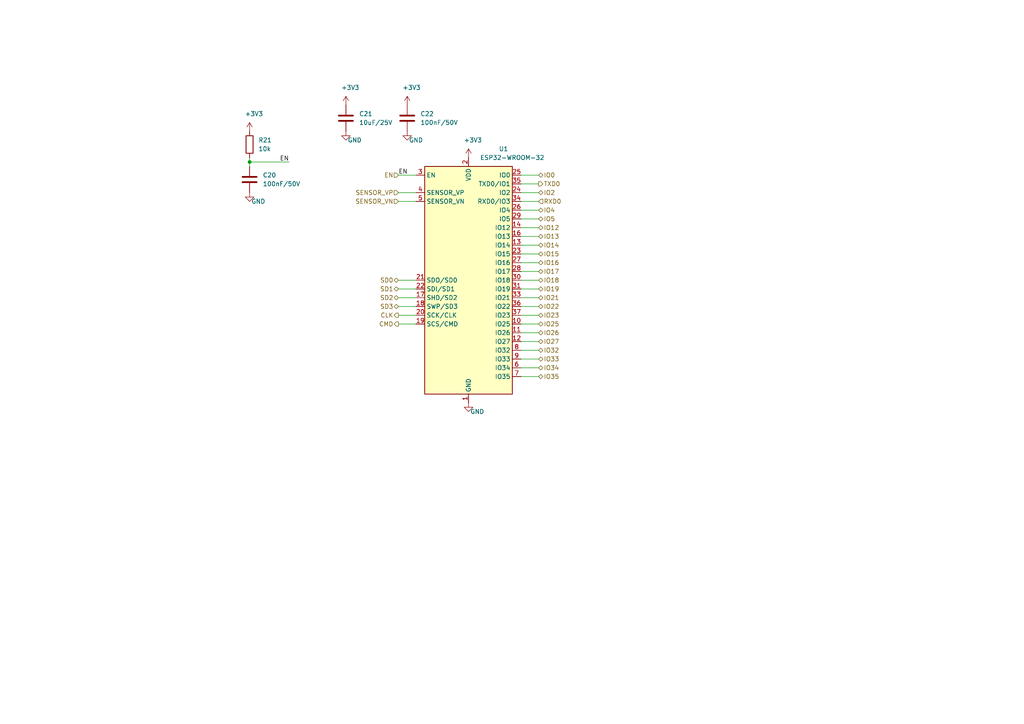
<source format=kicad_sch>
(kicad_sch (version 20201015) (generator eeschema)
  (paper "A4")
  (title_block (title "LISA32 development board") (date "2020-12-31") (rev "A"))
  (lib_symbols
    (symbol "Device:C" (pin_numbers hide) (pin_names (offset 0.254))
      (property "Reference" "C" (at 0.635 2.54 0))
      (property "Value" "C" (at 0.635 -2.54 0))
      (symbol "C_0_1"
        (polyline (pts (xy -2.032 -0.762) (xy 2.032 -0.762)) (stroke (width 0.508)))
        (polyline (pts (xy -2.032 0.762) (xy 2.032 0.762)) (stroke (width 0.508)))
      )
      (symbol "C_1_1"
        (pin passive line (at 0 3.81 270) (length 2.794) (name "~") (number "1"))
        (pin passive line (at 0 -3.81 90) (length 2.794) (name "~") (number "2"))
      )
    )
    (symbol "Device:R" (pin_numbers hide) (pin_names (offset 0))
      (property "Reference" "R" (at 2.032 0 90))
      (property "Value" "R" (at 0 0 90))
      (symbol "R_0_1"
        (rectangle (start -1.016 -2.54) (end 1.016 2.54) (stroke (width 0.254)))
      )
      (symbol "R_1_1"
        (pin passive line (at 0 3.81 270) (length 1.27) (name "~") (number "1"))
        (pin passive line (at 0 -3.81 90) (length 1.27) (name "~") (number "2"))
      )
    )
    (symbol "RF_Module:ESP32-WROOM-32"
      (property "Reference" "U" (at -12.7 34.29 0))
      (property "Value" "ESP32-WROOM-32" (at 1.27 34.29 0))
      (symbol "ESP32-WROOM-32_0_1"
        (rectangle (start -12.7 33.02) (end 12.7 -33.02) (stroke (width 0.254)) (fill (type background)))
      )
      (symbol "ESP32-WROOM-32_1_1"
        (pin power_in line (at 0 -35.56 90) (length 2.54) (name "GND") (number "1"))
        (pin bidirectional line (at 15.24 -12.7 180) (length 2.54) (name "IO25") (number "10"))
        (pin bidirectional line (at 15.24 -15.24 180) (length 2.54) (name "IO26") (number "11"))
        (pin bidirectional line (at 15.24 -17.78 180) (length 2.54) (name "IO27") (number "12"))
        (pin bidirectional line (at 15.24 10.16 180) (length 2.54) (name "IO14") (number "13"))
        (pin bidirectional line (at 15.24 15.24 180) (length 2.54) (name "IO12") (number "14"))
        (pin passive line (at 0 -35.56 90) (length 2.54) hide (name "GND") (number "15"))
        (pin bidirectional line (at 15.24 12.7 180) (length 2.54) (name "IO13") (number "16"))
        (pin bidirectional line (at -15.24 -5.08 0) (length 2.54) (name "SHD/SD2") (number "17"))
        (pin bidirectional line (at -15.24 -7.62 0) (length 2.54) (name "SWP/SD3") (number "18"))
        (pin bidirectional line (at -15.24 -12.7 0) (length 2.54) (name "SCS/CMD") (number "19"))
        (pin power_in line (at 0 35.56 270) (length 2.54) (name "VDD") (number "2"))
        (pin bidirectional line (at -15.24 -10.16 0) (length 2.54) (name "SCK/CLK") (number "20"))
        (pin bidirectional line (at -15.24 0 0) (length 2.54) (name "SDO/SD0") (number "21"))
        (pin bidirectional line (at -15.24 -2.54 0) (length 2.54) (name "SDI/SD1") (number "22"))
        (pin bidirectional line (at 15.24 7.62 180) (length 2.54) (name "IO15") (number "23"))
        (pin bidirectional line (at 15.24 25.4 180) (length 2.54) (name "IO2") (number "24"))
        (pin bidirectional line (at 15.24 30.48 180) (length 2.54) (name "IO0") (number "25"))
        (pin bidirectional line (at 15.24 20.32 180) (length 2.54) (name "IO4") (number "26"))
        (pin bidirectional line (at 15.24 5.08 180) (length 2.54) (name "IO16") (number "27"))
        (pin bidirectional line (at 15.24 2.54 180) (length 2.54) (name "IO17") (number "28"))
        (pin bidirectional line (at 15.24 17.78 180) (length 2.54) (name "IO5") (number "29"))
        (pin input line (at -15.24 30.48 0) (length 2.54) (name "EN") (number "3"))
        (pin bidirectional line (at 15.24 0 180) (length 2.54) (name "IO18") (number "30"))
        (pin bidirectional line (at 15.24 -2.54 180) (length 2.54) (name "IO19") (number "31"))
        (pin unconnected line (at -12.7 -27.94 0) (length 2.54) hide (name "NC") (number "32"))
        (pin bidirectional line (at 15.24 -5.08 180) (length 2.54) (name "IO21") (number "33"))
        (pin bidirectional line (at 15.24 22.86 180) (length 2.54) (name "RXD0/IO3") (number "34"))
        (pin bidirectional line (at 15.24 27.94 180) (length 2.54) (name "TXD0/IO1") (number "35"))
        (pin bidirectional line (at 15.24 -7.62 180) (length 2.54) (name "IO22") (number "36"))
        (pin bidirectional line (at 15.24 -10.16 180) (length 2.54) (name "IO23") (number "37"))
        (pin passive line (at 0 -35.56 90) (length 2.54) hide (name "GND") (number "38"))
        (pin passive line (at 0 -35.56 90) (length 2.54) hide (name "GND") (number "39"))
        (pin input line (at -15.24 25.4 0) (length 2.54) (name "SENSOR_VP") (number "4"))
        (pin input line (at -15.24 22.86 0) (length 2.54) (name "SENSOR_VN") (number "5"))
        (pin input line (at 15.24 -25.4 180) (length 2.54) (name "IO34") (number "6"))
        (pin input line (at 15.24 -27.94 180) (length 2.54) (name "IO35") (number "7"))
        (pin bidirectional line (at 15.24 -20.32 180) (length 2.54) (name "IO32") (number "8"))
        (pin bidirectional line (at 15.24 -22.86 180) (length 2.54) (name "IO33") (number "9"))
      )
    )
    (symbol "power:+3V3" (power) (pin_names (offset 0))
      (property "Value" "+3V3" (at 0 3.556 0))
      (symbol "+3V3_0_1"
        (polyline (pts (xy -0.762 1.27) (xy 0 2.54)))
        (polyline (pts (xy 0 0) (xy 0 2.54)))
        (polyline (pts (xy 0 2.54) (xy 0.762 1.27)))
      )
      (symbol "+3V3_1_1"
        (pin power_in line (at 0 0 90) (length 0) hide (name "+3V3") (number "1"))
      )
    )
    (symbol "power:GND" (power) (pin_names (offset 0))
      (property "Value" "GND" (at 0 -3.81 0))
      (symbol "GND_0_1"
        (polyline (pts (xy 0 0) (xy 0 -1.27) (xy 1.27 -1.27) (xy 0 -2.54) (xy -1.27 -1.27) (xy 0 -1.27)))
      )
      (symbol "GND_1_1"
        (pin power_in line (at 0 0 270) (length 0) hide (name "GND") (number "1"))
      )
    )
  )
  (junction (at 72.39 46.99) (diameter 0.9144))
  (wire (pts (xy 72.39 45.72) (xy 72.39 46.99)))
  (wire (pts (xy 72.39 46.99) (xy 72.39 48.26)))
  (wire (pts (xy 72.39 46.99) (xy 83.82 46.99)))
  (wire (pts (xy 115.57 50.8) (xy 120.65 50.8)))
  (wire (pts (xy 115.57 55.88) (xy 120.65 55.88)))
  (wire (pts (xy 115.57 58.42) (xy 120.65 58.42)))
  (wire (pts (xy 115.57 81.28) (xy 120.65 81.28)))
  (wire (pts (xy 115.57 83.82) (xy 120.65 83.82)))
  (wire (pts (xy 115.57 86.36) (xy 120.65 86.36)))
  (wire (pts (xy 115.57 88.9) (xy 120.65 88.9)))
  (wire (pts (xy 115.57 91.44) (xy 120.65 91.44)))
  (wire (pts (xy 115.57 93.98) (xy 120.65 93.98)))
  (wire (pts (xy 156.21 50.8) (xy 151.13 50.8)))
  (wire (pts (xy 156.21 53.34) (xy 151.13 53.34)))
  (wire (pts (xy 156.21 55.88) (xy 151.13 55.88)))
  (wire (pts (xy 156.21 58.42) (xy 151.13 58.42)))
  (wire (pts (xy 156.21 60.96) (xy 151.13 60.96)))
  (wire (pts (xy 156.21 63.5) (xy 151.13 63.5)))
  (wire (pts (xy 156.21 66.04) (xy 151.13 66.04)))
  (wire (pts (xy 156.21 68.58) (xy 151.13 68.58)))
  (wire (pts (xy 156.21 71.12) (xy 151.13 71.12)))
  (wire (pts (xy 156.21 73.66) (xy 151.13 73.66)))
  (wire (pts (xy 156.21 76.2) (xy 151.13 76.2)))
  (wire (pts (xy 156.21 78.74) (xy 151.13 78.74)))
  (wire (pts (xy 156.21 81.28) (xy 151.13 81.28)))
  (wire (pts (xy 156.21 83.82) (xy 151.13 83.82)))
  (wire (pts (xy 156.21 86.36) (xy 151.13 86.36)))
  (wire (pts (xy 156.21 88.9) (xy 151.13 88.9)))
  (wire (pts (xy 156.21 91.44) (xy 151.13 91.44)))
  (wire (pts (xy 156.21 93.98) (xy 151.13 93.98)))
  (wire (pts (xy 156.21 96.52) (xy 151.13 96.52)))
  (wire (pts (xy 156.21 99.06) (xy 151.13 99.06)))
  (wire (pts (xy 156.21 101.6) (xy 151.13 101.6)))
  (wire (pts (xy 156.21 104.14) (xy 151.13 104.14)))
  (wire (pts (xy 156.21 106.68) (xy 151.13 106.68)))
  (wire (pts (xy 156.21 109.22) (xy 151.13 109.22)))
  (label "EN" (at 83.82 46.99 180))
  (label "EN" (at 115.57 50.8 0))
  (hierarchical_label "EN" (shape input) (at 115.57 50.8 180))
  (hierarchical_label "SENSOR_VP" (shape input) (at 115.57 55.88 180))
  (hierarchical_label "SENSOR_VN" (shape input) (at 115.57 58.42 180))
  (hierarchical_label "SD0" (shape bidirectional) (at 115.57 81.28 180))
  (hierarchical_label "SD1" (shape bidirectional) (at 115.57 83.82 180))
  (hierarchical_label "SD2" (shape bidirectional) (at 115.57 86.36 180))
  (hierarchical_label "SD3" (shape bidirectional) (at 115.57 88.9 180))
  (hierarchical_label "CLK" (shape output) (at 115.57 91.44 180))
  (hierarchical_label "CMD" (shape output) (at 115.57 93.98 180))
  (hierarchical_label "IO0" (shape bidirectional) (at 156.21 50.8 0))
  (hierarchical_label "TXD0" (shape output) (at 156.21 53.34 0))
  (hierarchical_label "IO2" (shape bidirectional) (at 156.21 55.88 0))
  (hierarchical_label "RXD0" (shape input) (at 156.21 58.42 0))
  (hierarchical_label "IO4" (shape bidirectional) (at 156.21 60.96 0))
  (hierarchical_label "IO5" (shape bidirectional) (at 156.21 63.5 0))
  (hierarchical_label "IO12" (shape bidirectional) (at 156.21 66.04 0))
  (hierarchical_label "IO13" (shape bidirectional) (at 156.21 68.58 0))
  (hierarchical_label "IO14" (shape bidirectional) (at 156.21 71.12 0))
  (hierarchical_label "IO15" (shape bidirectional) (at 156.21 73.66 0))
  (hierarchical_label "IO16" (shape bidirectional) (at 156.21 76.2 0))
  (hierarchical_label "IO17" (shape bidirectional) (at 156.21 78.74 0))
  (hierarchical_label "IO18" (shape bidirectional) (at 156.21 81.28 0))
  (hierarchical_label "IO19" (shape bidirectional) (at 156.21 83.82 0))
  (hierarchical_label "IO21" (shape bidirectional) (at 156.21 86.36 0))
  (hierarchical_label "IO22" (shape bidirectional) (at 156.21 88.9 0))
  (hierarchical_label "IO23" (shape bidirectional) (at 156.21 91.44 0))
  (hierarchical_label "IO25" (shape bidirectional) (at 156.21 93.98 0))
  (hierarchical_label "IO26" (shape bidirectional) (at 156.21 96.52 0))
  (hierarchical_label "IO27" (shape bidirectional) (at 156.21 99.06 0))
  (hierarchical_label "IO32" (shape bidirectional) (at 156.21 101.6 0))
  (hierarchical_label "IO33" (shape bidirectional) (at 156.21 104.14 0))
  (hierarchical_label "IO34" (shape bidirectional) (at 156.21 106.68 0))
  (hierarchical_label "IO35" (shape bidirectional) (at 156.21 109.22 0))
  (symbol (lib_id "power:+3V3") (at 72.39 38.1 0) (unit 1)
    (property "Reference" "#PWR050" (effects hide))
    (property "Value" "+3V3" (at 73.66 33.02 0))
  )
  (symbol (lib_id "power:+3V3") (at 100.33 30.48 0) (unit 1)
    (property "Reference" "#PWR052" (effects hide))
    (property "Value" "+3V3" (at 101.6 25.4 0))
  )
  (symbol (lib_id "power:+3V3") (at 118.11 30.48 0) (unit 1)
    (property "Reference" "#PWR054" (effects hide))
    (property "Value" "+3V3" (at 119.38 25.4 0))
  )
  (symbol (lib_id "power:+3V3") (at 135.89 45.72 0) (unit 1)
    (property "Reference" "#PWR056" (effects hide))
    (property "Value" "+3V3" (at 137.16 40.64 0))
  )
  (symbol (lib_id "power:GND") (at 72.39 55.88 0) (unit 1)
    (property "Reference" "#PWR051" (effects hide))
    (property "Value" "GND" (at 74.93 58.42 0))
  )
  (symbol (lib_id "power:GND") (at 100.33 38.1 0) (unit 1)
    (property "Reference" "#PWR053" (effects hide))
    (property "Value" "GND" (at 102.87 40.64 0))
  )
  (symbol (lib_id "power:GND") (at 118.11 38.1 0) (unit 1)
    (property "Reference" "#PWR055" (effects hide))
    (property "Value" "GND" (at 120.65 40.64 0))
  )
  (symbol (lib_id "power:GND") (at 135.89 116.84 0) (unit 1)
    (property "Reference" "#PWR057" (effects hide))
    (property "Value" "GND" (at 138.43 119.38 0))
  )
  (symbol (lib_id "Device:R") (at 72.39 41.91 0) (unit 1)
    (property "Reference" "R21" (at 74.93 40.64 0) (effects (justify left)))
    (property "Value" "10k" (at 74.93 43.18 0) (effects (justify left)))
    (property "Footprint" "Resistor_SMD:R_0603_1608Metric" (effects hide))
  )
  (symbol (lib_id "Device:C") (at 72.39 52.07 0) (unit 1)
    (property "Reference" "C20" (at 76.2 50.8 0) (effects (justify left)))
    (property "Value" "100nF/50V" (at 76.2 53.34 0) (effects (justify left)))
    (property "Footprint" "Capacitor_SMD:C_0603_1608Metric" (effects hide))
    (property "PN" "CL10B104KB8NNWC" (effects hide))
  )
  (symbol (lib_id "Device:C") (at 100.33 34.29 0) (unit 1)
    (property "Reference" "C21" (at 104.14 33.02 0) (effects (justify left)))
    (property "Value" "10uF/25V" (at 104.14 35.56 0) (effects (justify left)))
    (property "Footprint" "Capacitor_SMD:C_1206_3216Metric" (effects hide))
    (property "PN" "CL31A106KAHNNNE" (effects hide))
  )
  (symbol (lib_id "Device:C") (at 118.11 34.29 0) (unit 1)
    (property "Reference" "C22" (at 121.92 33.02 0) (effects (justify left)))
    (property "Value" "100nF/50V" (at 121.92 35.56 0) (effects (justify left)))
    (property "Footprint" "Capacitor_SMD:C_0603_1608Metric" (effects hide))
    (property "PN" "CL10B104KB8NNWC" (effects hide))
  )
  (symbol (lib_id "RF_Module:ESP32-WROOM-32") (at 135.89 81.28 0) (unit 1)
    (property "Reference" "U1" (at 146.05 43.18 0))
    (property "Value" "ESP32-WROOM-32" (at 148.59 45.72 0))
    (property "Footprint" "RF_Module:ESP32-WROOM-32" (effects hide))
    (property "Datasheet" "https://www.espressif.com/sites/default/files/documentation/esp32-wroom-32_datasheet_en.pdf" (effects hide))
  )
)
</source>
